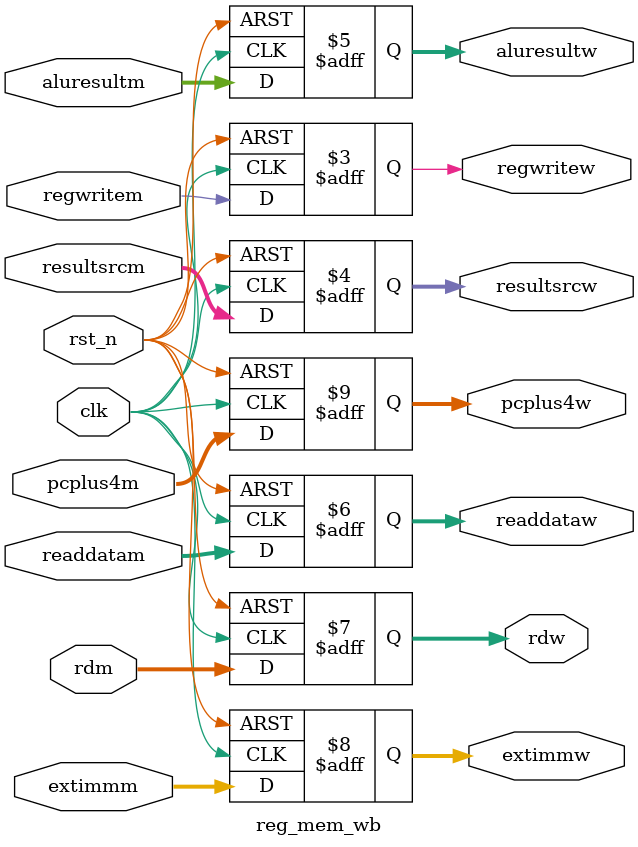
<source format=v>
module reg_mem_wb (
    input               clk,
    input               rst_n,

    input               regwritem,
    input       [1:0]   resultsrcm,
    input       [31:0]  aluresultm,
    input       [31:0]  readdatam,
    input       [4:0]   rdm,
    input       [31:0]  extimmm,
    input       [31:0]  pcplus4m,

    output  reg         regwritew,
    output  reg [1:0]   resultsrcw,
    output  reg [31:0]  aluresultw,
    output  reg [31:0]  readdataw,
    output  reg [4:0]   rdw, 
    output  reg [31:0]  extimmw,   
    output  reg [31:0]  pcplus4w
);

    always @(posedge clk or negedge rst_n) begin
        if (!rst_n) begin
            regwritew   <= 1'b0;
            resultsrcw  <= 2'b00;
            aluresultw  <= 32'b0;
            readdataw   <= 32'b0;
            rdw         <= 5'b0;
            extimmw     <= 32'b0;
            pcplus4w    <= 32'b0;
        end else begin
            regwritew   <= regwritem;
            resultsrcw  <= resultsrcm;
            aluresultw  <= aluresultm;
            readdataw   <= readdatam;
            rdw         <= rdm;
            extimmw     <= extimmm;
            pcplus4w    <= pcplus4m;
        end
    end

endmodule
</source>
